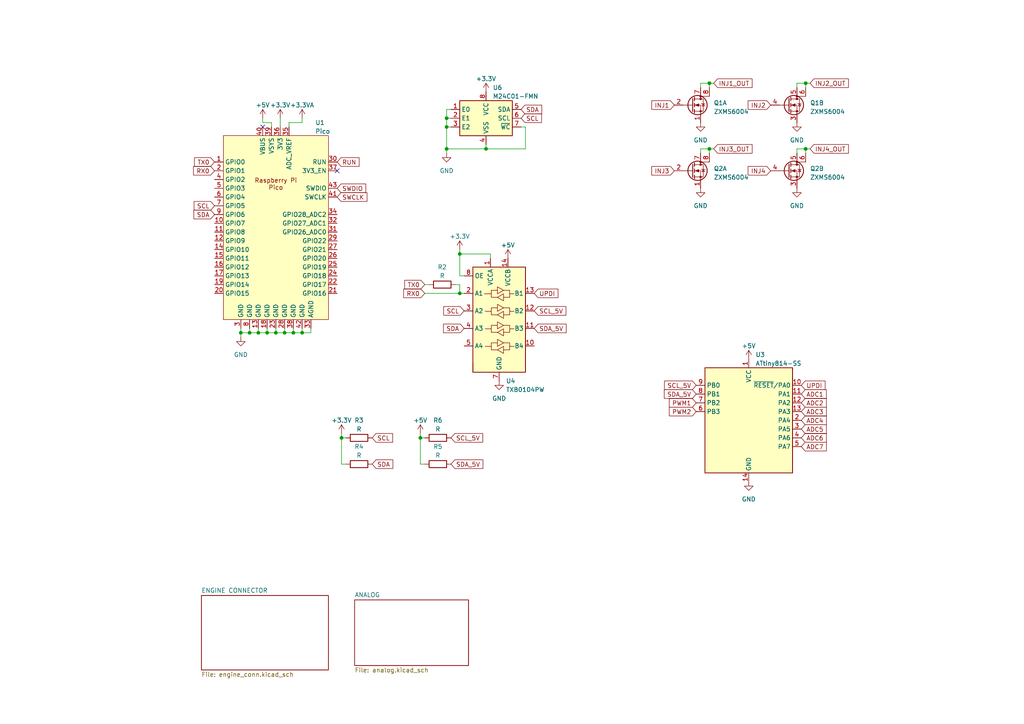
<source format=kicad_sch>
(kicad_sch (version 20230121) (generator eeschema)
  (paper "A4")
  (lib_symbols
    (symbol "Device:Q_Dual_NMOS_S1G1S2G2D2D2D1D1" (pin_names (offset 0) hide)
      (property "Reference" "Q" (at 5.08 1.27 0))
      (property "Value" "Q_Dual_NMOS_S1G1S2G2D2D2D1D1" (at 5.08 -1.27 0))
      (symbol "Q_Dual_NMOS_S1G1S2G2D2D2D1D1_0_1"
        (polyline (pts (xy 0.254 0) (xy -2.54 0)))
        (polyline (pts (xy 0.254 1.905) (xy 0.254 -1.905)) (stroke (width 0.254)))
        (polyline (pts (xy 0.762 -1.27) (xy 0.762 -2.286)) (stroke (width 0.254)))
        (polyline (pts (xy 0.762 0.508) (xy 0.762 -0.508)) (stroke (width 0.254)))
        (polyline (pts (xy 0.762 2.286) (xy 0.762 1.27)) (stroke (width 0.254)))
        (polyline (pts (xy 2.54 2.54) (xy 2.54 1.778)))
        (polyline (pts (xy 5.08 2.54) (xy 2.54 2.54)))
        (polyline (pts (xy 2.54 -2.54) (xy 2.54 0) (xy 0.762 0)))
        (polyline (pts (xy 0.762 -1.778) (xy 3.302 -1.778) (xy 3.302 1.778) (xy 0.762 1.778)))
        (polyline (pts (xy 1.016 0) (xy 2.032 0.381) (xy 2.032 -0.381) (xy 1.016 0)) (fill (type outline)))
        (polyline (pts (xy 2.794 0.508) (xy 2.921 0.381) (xy 3.683 0.381) (xy 3.81 0.254)))
        (polyline (pts (xy 3.302 0.381) (xy 2.921 -0.254) (xy 3.683 -0.254) (xy 3.302 0.381)))
        (circle (center 1.651 0) (radius 2.794) (stroke (width 0.254)))
        (circle (center 2.54 -1.778) (radius 0.254) (fill (type outline)))
        (circle (center 2.54 1.778) (radius 0.254) (fill (type outline)))
        (circle (center 2.54 2.54) (radius 0.254) (fill (type outline)))
      )
      (symbol "Q_Dual_NMOS_S1G1S2G2D2D2D1D1_1_1"
        (pin passive line (at 2.54 -5.08 90) (length 2.54) (name "S") (number "1"))
        (pin input line (at -5.08 0 0) (length 2.54) (name "G") (number "2"))
        (pin passive line (at 2.54 5.08 270) (length 2.54) (name "D") (number "7"))
        (pin passive line (at 5.08 5.08 270) (length 2.54) (name "D") (number "8"))
      )
      (symbol "Q_Dual_NMOS_S1G1S2G2D2D2D1D1_2_1"
        (pin passive line (at 2.54 -5.08 90) (length 2.54) (name "S") (number "3"))
        (pin input line (at -5.08 0 0) (length 2.54) (name "G") (number "4"))
        (pin passive line (at 2.54 5.08 270) (length 2.54) (name "D") (number "5"))
        (pin passive line (at 5.08 5.08 270) (length 2.54) (name "D") (number "6"))
      )
    )
    (symbol "Device:R" (pin_numbers hide) (pin_names (offset 0))
      (property "Reference" "R" (at 2.032 0 90))
      (property "Value" "R" (at 0 0 90))
      (symbol "R_0_1"
        (rectangle (start -1.016 -2.54) (end 1.016 2.54) (stroke (width 0.254)))
      )
      (symbol "R_1_1"
        (pin passive line (at 0 3.81 270) (length 1.27) (name "~") (number "1"))
        (pin passive line (at 0 -3.81 90) (length 1.27) (name "~") (number "2"))
      )
    )
    (symbol "Logic_LevelTranslator:TXB0104PW"
      (property "Reference" "U" (at -6.35 16.51 0))
      (property "Value" "TXB0104PW" (at 3.81 16.51 0))
      (symbol "TXB0104PW_0_1"
        (rectangle (start -7.62 -15.24) (end -7.62 -12.7) (stroke (width 0.254)))
        (rectangle (start -7.62 15.24) (end 7.62 -15.24) (stroke (width 0.254)) (fill (type background)))
        (polyline (pts (xy -2.286 -7.747) (xy -2.286 -6.731) (xy -0.508 -6.731)))
        (polyline (pts (xy -2.286 -2.667) (xy -2.286 -1.651) (xy -0.508 -1.651)))
        (polyline (pts (xy -2.286 2.413) (xy -2.286 3.429) (xy -0.508 3.429)))
        (polyline (pts (xy -2.286 7.493) (xy -2.286 8.509) (xy -0.508 8.509)))
        (polyline (pts (xy 3.048 -7.747) (xy 3.048 -8.763) (xy 1.27 -8.763)))
        (polyline (pts (xy 3.048 -2.667) (xy 3.048 -3.683) (xy 1.27 -3.683)))
        (polyline (pts (xy 3.048 2.413) (xy 3.048 1.397) (xy 1.27 1.397)))
        (polyline (pts (xy 3.048 7.493) (xy 3.048 6.477) (xy 1.27 6.477)))
        (polyline (pts (xy -0.508 -8.763) (xy -2.286 -8.763) (xy -2.286 -7.747) (xy -4.064 -7.747)))
        (polyline (pts (xy -0.508 -8.763) (xy 1.27 -7.747) (xy 1.27 -9.779) (xy -0.508 -8.763)))
        (polyline (pts (xy -0.508 -3.683) (xy -2.286 -3.683) (xy -2.286 -2.667) (xy -4.064 -2.667)))
        (polyline (pts (xy -0.508 -3.683) (xy 1.27 -2.667) (xy 1.27 -4.699) (xy -0.508 -3.683)))
        (polyline (pts (xy -0.508 1.397) (xy -2.286 1.397) (xy -2.286 2.413) (xy -4.064 2.413)))
        (polyline (pts (xy -0.508 1.397) (xy 1.27 2.413) (xy 1.27 0.381) (xy -0.508 1.397)))
        (polyline (pts (xy -0.508 6.477) (xy -2.286 6.477) (xy -2.286 7.493) (xy -4.318 7.493)))
        (polyline (pts (xy -0.508 6.477) (xy 1.27 7.493) (xy 1.27 5.461) (xy -0.508 6.477)))
        (polyline (pts (xy 1.27 -6.731) (xy -0.508 -7.747) (xy -0.508 -5.715) (xy 1.27 -6.731)))
        (polyline (pts (xy 1.27 -6.731) (xy 3.048 -6.731) (xy 3.048 -7.747) (xy 4.318 -7.747)))
        (polyline (pts (xy 1.27 -1.651) (xy -0.508 -2.667) (xy -0.508 -0.635) (xy 1.27 -1.651)))
        (polyline (pts (xy 1.27 -1.651) (xy 3.048 -1.651) (xy 3.048 -2.667) (xy 4.318 -2.667)))
        (polyline (pts (xy 1.27 3.429) (xy -0.508 2.413) (xy -0.508 4.445) (xy 1.27 3.429)))
        (polyline (pts (xy 1.27 3.429) (xy 3.048 3.429) (xy 3.048 2.413) (xy 4.318 2.413)))
        (polyline (pts (xy 1.27 8.509) (xy -0.508 7.493) (xy -0.508 9.525) (xy 1.27 8.509)))
        (polyline (pts (xy 1.27 8.509) (xy 3.048 8.509) (xy 3.048 7.493) (xy 4.318 7.493)))
      )
      (symbol "TXB0104PW_1_1"
        (pin power_in line (at -2.54 17.78 270) (length 2.54) (name "VCCA") (number "1"))
        (pin bidirectional line (at 10.16 -7.62 180) (length 2.54) (name "B4") (number "10"))
        (pin bidirectional line (at 10.16 -2.54 180) (length 2.54) (name "B3") (number "11"))
        (pin bidirectional line (at 10.16 2.54 180) (length 2.54) (name "B2") (number "12"))
        (pin bidirectional line (at 10.16 7.62 180) (length 2.54) (name "B1") (number "13"))
        (pin power_in line (at 2.54 17.78 270) (length 2.54) (name "VCCB") (number "14"))
        (pin bidirectional line (at -10.16 7.62 0) (length 2.54) (name "A1") (number "2"))
        (pin bidirectional line (at -10.16 2.54 0) (length 2.54) (name "A2") (number "3"))
        (pin bidirectional line (at -10.16 -2.54 0) (length 2.54) (name "A3") (number "4"))
        (pin bidirectional line (at -10.16 -7.62 0) (length 2.54) (name "A4") (number "5"))
        (pin no_connect line (at -7.62 -12.7 0) (length 2.54) hide (name "NC") (number "6"))
        (pin power_in line (at 0 -17.78 90) (length 2.54) (name "GND") (number "7"))
        (pin input line (at -10.16 12.7 0) (length 2.54) (name "OE") (number "8"))
        (pin no_connect line (at 7.62 -12.7 180) (length 2.54) hide (name "NC") (number "9"))
      )
    )
    (symbol "MCU_Microchip_ATtiny:ATtiny814-SS"
      (property "Reference" "U" (at -12.7 16.51 0))
      (property "Value" "ATtiny814-SS" (at 2.54 -16.51 0))
      (symbol "ATtiny814-SS_0_1"
        (rectangle (start -12.7 -15.24) (end 12.7 15.24) (stroke (width 0.254)) (fill (type background)))
      )
      (symbol "ATtiny814-SS_1_1"
        (pin power_in line (at 0 17.78 270) (length 2.54) (name "VCC") (number "1"))
        (pin bidirectional line (at 15.24 10.16 180) (length 2.54) (name "~{RESET}/PA0") (number "10"))
        (pin bidirectional line (at 15.24 7.62 180) (length 2.54) (name "PA1") (number "11"))
        (pin bidirectional line (at 15.24 5.08 180) (length 2.54) (name "PA2") (number "12"))
        (pin bidirectional line (at 15.24 2.54 180) (length 2.54) (name "PA3") (number "13"))
        (pin power_in line (at 0 -17.78 90) (length 2.54) (name "GND") (number "14"))
        (pin bidirectional line (at 15.24 0 180) (length 2.54) (name "PA4") (number "2"))
        (pin bidirectional line (at 15.24 -2.54 180) (length 2.54) (name "PA5") (number "3"))
        (pin bidirectional line (at 15.24 -5.08 180) (length 2.54) (name "PA6") (number "4"))
        (pin bidirectional line (at 15.24 -7.62 180) (length 2.54) (name "PA7") (number "5"))
        (pin bidirectional line (at -15.24 2.54 0) (length 2.54) (name "PB3") (number "6"))
        (pin bidirectional line (at -15.24 5.08 0) (length 2.54) (name "PB2") (number "7"))
        (pin bidirectional line (at -15.24 7.62 0) (length 2.54) (name "PB1") (number "8"))
        (pin bidirectional line (at -15.24 10.16 0) (length 2.54) (name "PB0") (number "9"))
      )
    )
    (symbol "MCU_RaspberryPi_and_Boards:Pico_custom"
      (property "Reference" "U" (at 13.97 27.94 0))
      (property "Value" "Pico" (at 0 8.89 0))
      (symbol "Pico_custom_0_0"
        (text "Raspberry Pi\nPico" (at 0 12.7 0) (effects (font (size 1.27 1.27))))
      )
      (symbol "Pico_custom_0_1"
        (rectangle (start -15.24 26.67) (end 15.24 -26.67) (fill (type background)))
      )
      (symbol "Pico_custom_1_1"
        (pin bidirectional line (at -17.78 19.05 0) (length 2.54) (name "GPIO0") (number "1"))
        (pin bidirectional line (at -17.78 1.27 0) (length 2.54) (name "GPIO7") (number "10"))
        (pin bidirectional line (at -17.78 -1.27 0) (length 2.54) (name "GPIO8") (number "11"))
        (pin bidirectional line (at -17.78 -3.81 0) (length 2.54) (name "GPIO9") (number "12"))
        (pin power_in line (at -5.08 -29.21 90) (length 2.54) (name "GND") (number "13"))
        (pin bidirectional line (at -17.78 -6.35 0) (length 2.54) (name "GPIO10") (number "14"))
        (pin bidirectional line (at -17.78 -8.89 0) (length 2.54) (name "GPIO11") (number "15"))
        (pin bidirectional line (at -17.78 -11.43 0) (length 2.54) (name "GPIO12") (number "16"))
        (pin bidirectional line (at -17.78 -13.97 0) (length 2.54) (name "GPIO13") (number "17"))
        (pin power_in line (at -2.54 -29.21 90) (length 2.54) (name "GND") (number "18"))
        (pin bidirectional line (at -17.78 -16.51 0) (length 2.54) (name "GPIO14") (number "19"))
        (pin bidirectional line (at -17.78 16.51 0) (length 2.54) (name "GPIO1") (number "2"))
        (pin bidirectional line (at -17.78 -19.05 0) (length 2.54) (name "GPIO15") (number "20"))
        (pin bidirectional line (at 17.78 -19.05 180) (length 2.54) (name "GPIO16") (number "21"))
        (pin bidirectional line (at 17.78 -16.51 180) (length 2.54) (name "GPIO17") (number "22"))
        (pin power_in line (at 0 -29.21 90) (length 2.54) (name "GND") (number "23"))
        (pin bidirectional line (at 17.78 -13.97 180) (length 2.54) (name "GPIO18") (number "24"))
        (pin bidirectional line (at 17.78 -11.43 180) (length 2.54) (name "GPIO19") (number "25"))
        (pin bidirectional line (at 17.78 -8.89 180) (length 2.54) (name "GPIO20") (number "26"))
        (pin bidirectional line (at 17.78 -6.35 180) (length 2.54) (name "GPIO21") (number "27"))
        (pin power_in line (at 2.54 -29.21 90) (length 2.54) (name "GND") (number "28"))
        (pin bidirectional line (at 17.78 -3.81 180) (length 2.54) (name "GPIO22") (number "29"))
        (pin power_in line (at -10.16 -29.21 90) (length 2.54) (name "GND") (number "3"))
        (pin input line (at 17.78 19.05 180) (length 2.54) (name "RUN") (number "30"))
        (pin bidirectional line (at 17.78 -1.27 180) (length 2.54) (name "GPIO26_ADC0") (number "31"))
        (pin bidirectional line (at 17.78 1.27 180) (length 2.54) (name "GPIO27_ADC1") (number "32"))
        (pin power_in line (at 10.16 -29.21 90) (length 2.54) (name "AGND") (number "33"))
        (pin bidirectional line (at 17.78 3.81 180) (length 2.54) (name "GPIO28_ADC2") (number "34"))
        (pin power_in line (at 3.81 29.21 270) (length 2.54) (name "ADC_VREF") (number "35"))
        (pin power_in line (at 1.27 29.21 270) (length 2.54) (name "3V3") (number "36"))
        (pin input line (at 17.78 16.51 180) (length 2.54) (name "3V3_EN") (number "37"))
        (pin bidirectional line (at 5.08 -29.21 90) (length 2.54) (name "GND") (number "38"))
        (pin power_in line (at -1.27 29.21 270) (length 2.54) (name "VSYS") (number "39"))
        (pin bidirectional line (at -17.78 13.97 0) (length 2.54) (name "GPIO2") (number "4"))
        (pin power_in line (at -3.81 29.21 270) (length 2.54) (name "VBUS") (number "40"))
        (pin input line (at 17.78 8.89 180) (length 2.54) (name "SWCLK") (number "41"))
        (pin power_in line (at 7.62 -29.21 90) (length 2.54) (name "GND") (number "42"))
        (pin bidirectional line (at 17.78 11.43 180) (length 2.54) (name "SWDIO") (number "43"))
        (pin bidirectional line (at -17.78 11.43 0) (length 2.54) (name "GPIO3") (number "5"))
        (pin bidirectional line (at -17.78 8.89 0) (length 2.54) (name "GPIO4") (number "6"))
        (pin bidirectional line (at -17.78 6.35 0) (length 2.54) (name "GPIO5") (number "7"))
        (pin power_in line (at -7.62 -29.21 90) (length 2.54) (name "GND") (number "8"))
        (pin bidirectional line (at -17.78 3.81 0) (length 2.54) (name "GPIO6") (number "9"))
      )
    )
    (symbol "Memory_EEPROM:M24C01-FMN"
      (property "Reference" "U" (at -6.35 6.35 0))
      (property "Value" "M24C01-FMN" (at 7.62 6.35 0))
      (symbol "M24C01-FMN_0_1"
        (rectangle (start -7.62 5.08) (end 7.62 -5.08) (stroke (width 0.254)) (fill (type background)))
      )
      (symbol "M24C01-FMN_1_1"
        (pin input line (at -10.16 2.54 0) (length 2.54) (name "E0") (number "1"))
        (pin input line (at -10.16 0 0) (length 2.54) (name "E1") (number "2"))
        (pin input line (at -10.16 -2.54 0) (length 2.54) (name "E2") (number "3"))
        (pin power_in line (at 0 -7.62 90) (length 2.54) (name "VSS") (number "4"))
        (pin bidirectional line (at 10.16 2.54 180) (length 2.54) (name "SDA") (number "5"))
        (pin input line (at 10.16 0 180) (length 2.54) (name "SCL") (number "6"))
        (pin input line (at 10.16 -2.54 180) (length 2.54) (name "~{WC}") (number "7"))
        (pin power_in line (at 0 7.62 270) (length 2.54) (name "VCC") (number "8"))
      )
    )
    (symbol "power:+3.3V" (power) (pin_names (offset 0))
      (property "Value" "+3.3V" (at 0 3.556 0))
      (symbol "+3.3V_0_1"
        (polyline (pts (xy -0.762 1.27) (xy 0 2.54)))
        (polyline (pts (xy 0 0) (xy 0 2.54)))
        (polyline (pts (xy 0 2.54) (xy 0.762 1.27)))
      )
      (symbol "+3.3V_1_1"
        (pin power_in line (at 0 0 90) (length 0) hide (name "+3.3V") (number "1"))
      )
    )
    (symbol "power:+3.3VA" (power) (pin_names (offset 0))
      (property "Value" "+3.3VA" (at 0 3.556 0))
      (symbol "+3.3VA_0_1"
        (polyline (pts (xy -0.762 1.27) (xy 0 2.54)))
        (polyline (pts (xy 0 0) (xy 0 2.54)))
        (polyline (pts (xy 0 2.54) (xy 0.762 1.27)))
      )
      (symbol "+3.3VA_1_1"
        (pin power_in line (at 0 0 90) (length 0) hide (name "+3.3VA") (number "1"))
      )
    )
    (symbol "power:+5V" (power) (pin_names (offset 0))
      (property "Value" "+5V" (at 0 3.556 0))
      (symbol "+5V_0_1"
        (polyline (pts (xy -0.762 1.27) (xy 0 2.54)))
        (polyline (pts (xy 0 0) (xy 0 2.54)))
        (polyline (pts (xy 0 2.54) (xy 0.762 1.27)))
      )
      (symbol "+5V_1_1"
        (pin power_in line (at 0 0 90) (length 0) hide (name "+5V") (number "1"))
      )
    )
    (symbol "power:GND" (power) (pin_names (offset 0))
      (property "Value" "GND" (at 0 -3.81 0))
      (symbol "GND_0_1"
        (polyline (pts (xy 0 0) (xy 0 -1.27) (xy 1.27 -1.27) (xy 0 -2.54) (xy -1.27 -1.27) (xy 0 -1.27)))
      )
      (symbol "GND_1_1"
        (pin power_in line (at 0 0 270) (length 0) hide (name "GND") (number "1"))
      )
    )
  )
  (junction (at 77.47 96.52))
  (junction (at 133.35 73.66))
  (junction (at 205.74 24.13))
  (junction (at 129.54 43.18))
  (junction (at 205.74 43.18))
  (junction (at 233.68 24.13))
  (junction (at 82.55 96.52))
  (junction (at 121.92 127))
  (junction (at 74.93 96.52))
  (junction (at 72.39 96.52))
  (junction (at 69.85 96.52))
  (junction (at 85.09 96.52))
  (junction (at 133.35 85.09))
  (junction (at 99.06 127))
  (junction (at 140.97 43.18))
  (junction (at 87.63 96.52))
  (junction (at 129.54 34.29))
  (junction (at 233.68 43.18))
  (junction (at 129.54 36.83))
  (junction (at 80.01 96.52))
  (no_connect (at 97.79 49.53))
  (no_connect (at 76.2 36.83))
  (wire (pts (xy 129.54 44.45) (xy 129.54 43.18)))
  (wire (pts (xy 140.97 41.91) (xy 140.97 43.18)))
  (wire (pts (xy 80.01 95.25) (xy 80.01 96.52)))
  (wire (pts (xy 133.35 85.09) (xy 134.62 85.09)))
  (wire (pts (xy 121.92 125.73) (xy 121.92 127)))
  (wire (pts (xy 99.06 127) (xy 99.06 134.62)))
  (wire (pts (xy 80.01 96.52) (xy 82.55 96.52)))
  (wire (pts (xy 233.68 24.13) (xy 231.14 24.13)))
  (wire (pts (xy 85.09 96.52) (xy 87.63 96.52)))
  (wire (pts (xy 82.55 95.25) (xy 82.55 96.52)))
  (wire (pts (xy 231.14 43.18) (xy 231.14 44.45)))
  (wire (pts (xy 87.63 35.56) (xy 87.63 34.29)))
  (wire (pts (xy 233.68 24.13) (xy 234.95 24.13)))
  (wire (pts (xy 90.17 96.52) (xy 90.17 95.25)))
  (wire (pts (xy 69.85 96.52) (xy 69.85 97.79)))
  (wire (pts (xy 85.09 96.52) (xy 85.09 95.25)))
  (wire (pts (xy 233.68 43.18) (xy 233.68 44.45)))
  (wire (pts (xy 123.19 82.55) (xy 124.46 82.55)))
  (wire (pts (xy 205.74 43.18) (xy 203.2 43.18)))
  (wire (pts (xy 142.24 74.93) (xy 142.24 73.66)))
  (wire (pts (xy 72.39 95.25) (xy 72.39 96.52)))
  (wire (pts (xy 129.54 31.75) (xy 130.81 31.75)))
  (wire (pts (xy 74.93 95.25) (xy 74.93 96.52)))
  (wire (pts (xy 69.85 95.25) (xy 69.85 96.52)))
  (wire (pts (xy 87.63 95.25) (xy 87.63 96.52)))
  (wire (pts (xy 99.06 127) (xy 100.33 127)))
  (wire (pts (xy 69.85 96.52) (xy 72.39 96.52)))
  (wire (pts (xy 205.74 24.13) (xy 203.2 24.13)))
  (wire (pts (xy 123.19 134.62) (xy 121.92 134.62)))
  (wire (pts (xy 82.55 96.52) (xy 85.09 96.52)))
  (wire (pts (xy 234.95 43.18) (xy 233.68 43.18)))
  (wire (pts (xy 140.97 43.18) (xy 152.4 43.18)))
  (wire (pts (xy 100.33 134.62) (xy 99.06 134.62)))
  (wire (pts (xy 129.54 31.75) (xy 129.54 34.29)))
  (wire (pts (xy 83.82 35.56) (xy 87.63 35.56)))
  (wire (pts (xy 77.47 95.25) (xy 77.47 96.52)))
  (wire (pts (xy 130.81 34.29) (xy 129.54 34.29)))
  (wire (pts (xy 99.06 125.73) (xy 99.06 127)))
  (wire (pts (xy 123.19 85.09) (xy 133.35 85.09)))
  (wire (pts (xy 121.92 127) (xy 121.92 134.62)))
  (wire (pts (xy 129.54 43.18) (xy 129.54 36.83)))
  (wire (pts (xy 203.2 24.13) (xy 203.2 25.4)))
  (wire (pts (xy 81.28 34.29) (xy 81.28 36.83)))
  (wire (pts (xy 129.54 36.83) (xy 130.81 36.83)))
  (wire (pts (xy 133.35 73.66) (xy 142.24 73.66)))
  (wire (pts (xy 133.35 73.66) (xy 133.35 80.01)))
  (wire (pts (xy 133.35 80.01) (xy 134.62 80.01)))
  (wire (pts (xy 133.35 82.55) (xy 133.35 85.09)))
  (wire (pts (xy 205.74 43.18) (xy 205.74 44.45)))
  (wire (pts (xy 233.68 24.13) (xy 233.68 25.4)))
  (wire (pts (xy 78.74 35.56) (xy 76.2 35.56)))
  (wire (pts (xy 76.2 34.29) (xy 76.2 35.56)))
  (wire (pts (xy 205.74 24.13) (xy 205.74 25.4)))
  (wire (pts (xy 133.35 72.39) (xy 133.35 73.66)))
  (wire (pts (xy 132.08 82.55) (xy 133.35 82.55)))
  (wire (pts (xy 74.93 96.52) (xy 77.47 96.52)))
  (wire (pts (xy 72.39 96.52) (xy 74.93 96.52)))
  (wire (pts (xy 83.82 36.83) (xy 83.82 35.56)))
  (wire (pts (xy 152.4 43.18) (xy 152.4 36.83)))
  (wire (pts (xy 78.74 36.83) (xy 78.74 35.56)))
  (wire (pts (xy 129.54 34.29) (xy 129.54 36.83)))
  (wire (pts (xy 203.2 43.18) (xy 203.2 44.45)))
  (wire (pts (xy 231.14 24.13) (xy 231.14 25.4)))
  (wire (pts (xy 233.68 43.18) (xy 231.14 43.18)))
  (wire (pts (xy 77.47 96.52) (xy 80.01 96.52)))
  (wire (pts (xy 129.54 43.18) (xy 140.97 43.18)))
  (wire (pts (xy 207.01 43.18) (xy 205.74 43.18)))
  (wire (pts (xy 87.63 96.52) (xy 90.17 96.52)))
  (wire (pts (xy 152.4 36.83) (xy 151.13 36.83)))
  (wire (pts (xy 207.01 24.13) (xy 205.74 24.13)))
  (wire (pts (xy 121.92 127) (xy 123.19 127)))
  (global_label "INJ2" (shape input) (at 223.52 30.48 180) (property "Intersheetrefs" "${INTERSHEET_REFS}" (effects hide)))
  (global_label "SCL" (shape input) (at 134.62 90.17 180) (property "Intersheetrefs" "${INTERSHEET_REFS}" (effects hide)))
  (global_label "ADC7" (shape input) (at 232.41 129.54 0) (property "Intersheetrefs" "${INTERSHEET_REFS}" (effects hide)))
  (global_label "SDA_5V" (shape input) (at 154.94 95.25 0) (property "Intersheetrefs" "${INTERSHEET_REFS}" (effects hide)))
  (global_label "INJ4_OUT" (shape input) (at 234.95 43.18 0) (property "Intersheetrefs" "${INTERSHEET_REFS}" (effects hide)))
  (global_label "SWCLK" (shape input) (at 97.79 57.15 0) (property "Intersheetrefs" "${INTERSHEET_REFS}" (effects hide)))
  (global_label "SCL" (shape input) (at 107.95 127 0) (property "Intersheetrefs" "${INTERSHEET_REFS}" (effects hide)))
  (global_label "SDA" (shape input) (at 107.95 134.62 0) (property "Intersheetrefs" "${INTERSHEET_REFS}" (effects hide)))
  (global_label "INJ3" (shape input) (at 195.58 49.53 180) (property "Intersheetrefs" "${INTERSHEET_REFS}" (effects hide)))
  (global_label "RUN" (shape input) (at 97.79 46.99 0) (property "Intersheetrefs" "${INTERSHEET_REFS}" (effects hide)))
  (global_label "RX0" (shape input) (at 62.23 49.53 180) (property "Intersheetrefs" "${INTERSHEET_REFS}" (effects hide)))
  (global_label "INJ4" (shape input) (at 223.52 49.53 180) (property "Intersheetrefs" "${INTERSHEET_REFS}" (effects hide)))
  (global_label "RX0" (shape input) (at 123.19 85.09 180) (property "Intersheetrefs" "${INTERSHEET_REFS}" (effects hide)))
  (global_label "SDA_5V" (shape input) (at 201.93 114.3 180) (property "Intersheetrefs" "${INTERSHEET_REFS}" (effects hide)))
  (global_label "INJ3_OUT" (shape input) (at 207.01 43.18 0) (property "Intersheetrefs" "${INTERSHEET_REFS}" (effects hide)))
  (global_label "ADC4" (shape input) (at 232.41 121.92 0) (property "Intersheetrefs" "${INTERSHEET_REFS}" (effects hide)))
  (global_label "SDA_5V" (shape input) (at 130.81 134.62 0) (property "Intersheetrefs" "${INTERSHEET_REFS}" (effects hide)))
  (global_label "ADC3" (shape input) (at 232.41 119.38 0) (property "Intersheetrefs" "${INTERSHEET_REFS}" (effects hide)))
  (global_label "SDA" (shape input) (at 134.62 95.25 180) (property "Intersheetrefs" "${INTERSHEET_REFS}" (effects hide)))
  (global_label "SWDIO" (shape input) (at 97.79 54.61 0) (property "Intersheetrefs" "${INTERSHEET_REFS}" (effects hide)))
  (global_label "SCL" (shape input) (at 151.13 34.29 0) (property "Intersheetrefs" "${INTERSHEET_REFS}" (effects hide)))
  (global_label "PWM1" (shape input) (at 201.93 116.84 180) (property "Intersheetrefs" "${INTERSHEET_REFS}" (effects hide)))
  (global_label "TX0" (shape input) (at 123.19 82.55 180) (property "Intersheetrefs" "${INTERSHEET_REFS}" (effects hide)))
  (global_label "SCL_5V" (shape input) (at 130.81 127 0) (property "Intersheetrefs" "${INTERSHEET_REFS}" (effects hide)))
  (global_label "SDA" (shape input) (at 151.13 31.75 0) (property "Intersheetrefs" "${INTERSHEET_REFS}" (effects hide)))
  (global_label "SCL_5V" (shape input) (at 154.94 90.17 0) (property "Intersheetrefs" "${INTERSHEET_REFS}" (effects hide)))
  (global_label "ADC2" (shape input) (at 232.41 116.84 0) (property "Intersheetrefs" "${INTERSHEET_REFS}" (effects hide)))
  (global_label "PWM2" (shape input) (at 201.93 119.38 180) (property "Intersheetrefs" "${INTERSHEET_REFS}" (effects hide)))
  (global_label "INJ2_OUT" (shape input) (at 234.95 24.13 0) (property "Intersheetrefs" "${INTERSHEET_REFS}" (effects hide)))
  (global_label "SCL" (shape input) (at 62.23 59.69 180) (property "Intersheetrefs" "${INTERSHEET_REFS}" (effects hide)))
  (global_label "INJ1" (shape input) (at 195.58 30.48 180) (property "Intersheetrefs" "${INTERSHEET_REFS}" (effects hide)))
  (global_label "UPDI" (shape input) (at 154.94 85.09 0) (property "Intersheetrefs" "${INTERSHEET_REFS}" (effects hide)))
  (global_label "UPDI" (shape input) (at 232.41 111.76 0) (property "Intersheetrefs" "${INTERSHEET_REFS}" (effects hide)))
  (global_label "ADC5" (shape input) (at 232.41 124.46 0) (property "Intersheetrefs" "${INTERSHEET_REFS}" (effects hide)))
  (global_label "SDA" (shape input) (at 62.23 62.23 180) (property "Intersheetrefs" "${INTERSHEET_REFS}" (effects hide)))
  (global_label "TX0" (shape input) (at 62.23 46.99 180) (property "Intersheetrefs" "${INTERSHEET_REFS}" (effects hide)))
  (global_label "SCL_5V" (shape input) (at 201.93 111.76 180) (property "Intersheetrefs" "${INTERSHEET_REFS}" (effects hide)))
  (global_label "INJ1_OUT" (shape input) (at 207.01 24.13 0) (property "Intersheetrefs" "${INTERSHEET_REFS}" (effects hide)))
  (global_label "ADC6" (shape input) (at 232.41 127 0) (property "Intersheetrefs" "${INTERSHEET_REFS}" (effects hide)))
  (global_label "ADC1" (shape input) (at 232.41 114.3 0) (property "Intersheetrefs" "${INTERSHEET_REFS}" (effects hide)))
  (symbol (lib_id "Device:Q_Dual_NMOS_S1G1S2G2D2D2D1D1") (at 200.66 30.48 0) (unit 1)
    (property "Reference" "Q1" (at 207.01 29.845 0) (effects (justify left)))
    (property "Value" "ZXMS6004" (at 207.01 32.385 0) (effects (justify left)))
    (property "Footprint" "Package_SO:SOIC-8_3.9x4.9mm_P1.27mm" (effects hide))
  )
  (symbol (lib_id "power:GND") (at 203.2 54.61 0) (unit 1)
    (property "Reference" "#PWR014" (effects hide))
    (property "Value" "GND" (at 203.2 59.69 0))
  )
  (symbol (lib_id "Device:Q_Dual_NMOS_S1G1S2G2D2D2D1D1") (at 228.6 30.48 0) (unit 2)
    (property "Reference" "Q1" (at 234.95 29.845 0) (effects (justify left)))
    (property "Value" "ZXMS6004" (at 234.95 32.385 0) (effects (justify left)))
    (property "Footprint" "Package_SO:SOIC-8_3.9x4.9mm_P1.27mm" (effects hide))
  )
  (symbol (lib_id "power:+3.3V") (at 133.35 72.39 0) (unit 1)
    (property "Reference" "#PWR010" (effects hide))
    (property "Value" "+3.3V" (at 133.35 68.58 0))
  )
  (symbol (lib_id "power:GND") (at 129.54 44.45 0) (unit 1)
    (property "Reference" "#PWR06" (effects hide))
    (property "Value" "GND" (at 129.54 49.53 0))
  )
  (symbol (lib_id "Memory_EEPROM:M24C01-FMN") (at 140.97 34.29 0) (unit 1)
    (property "Reference" "U6" (at 142.9259 25.4 0) (effects (justify left)))
    (property "Value" "M24C01-FMN" (at 142.9259 27.94 0) (effects (justify left)))
    (property "Footprint" "Package_SO:SOIC-8_3.9x4.9mm_P1.27mm" (effects hide))
    (property "Datasheet" "http://www.st.com/content/ccc/resource/technical/document/datasheet/b0/d8/50/40/5a/85/49/6f/DM00071904.pdf/files/DM00071904.pdf/jcr:content/translations/en.DM00071904.pdf" (effects hide))
  )
  (symbol (lib_id "power:+5V") (at 121.92 125.73 0) (unit 1)
    (property "Reference" "#PWR08" (effects hide))
    (property "Value" "+5V" (at 121.92 121.92 0))
  )
  (symbol (lib_id "power:+5V") (at 217.17 104.14 0) (unit 1)
    (property "Reference" "#PWR023" (effects hide))
    (property "Value" "+5V" (at 217.17 100.33 0))
  )
  (symbol (lib_id "Device:R") (at 128.27 82.55 90) (unit 1)
    (property "Reference" "R2" (at 128.27 77.47 90))
    (property "Value" "R" (at 128.27 80.01 90))
  )
  (symbol (lib_id "power:+3.3V") (at 99.06 125.73 0) (unit 1)
    (property "Reference" "#PWR07" (effects hide))
    (property "Value" "+3.3V" (at 99.06 121.92 0))
  )
  (symbol (lib_id "Device:Q_Dual_NMOS_S1G1S2G2D2D2D1D1") (at 228.6 49.53 0) (unit 2)
    (property "Reference" "Q2" (at 234.95 48.895 0) (effects (justify left)))
    (property "Value" "ZXMS6004" (at 234.95 51.435 0) (effects (justify left)))
  )
  (symbol (lib_id "power:+3.3VA") (at 87.63 34.29 0) (unit 1)
    (property "Reference" "#PWR03" (effects hide))
    (property "Value" "+3.3VA" (at 87.63 30.48 0))
  )
  (symbol (lib_id "Device:Q_Dual_NMOS_S1G1S2G2D2D2D1D1") (at 200.66 49.53 0) (unit 1)
    (property "Reference" "Q2" (at 207.01 48.895 0) (effects (justify left)))
    (property "Value" "ZXMS6004" (at 207.01 51.435 0) (effects (justify left)))
  )
  (symbol (lib_id "power:GND") (at 231.14 54.61 0) (unit 1)
    (property "Reference" "#PWR017" (effects hide))
    (property "Value" "GND" (at 231.14 59.69 0))
  )
  (symbol (lib_id "MCU_RaspberryPi_and_Boards:Pico_custom") (at 80.01 66.04 0) (unit 1)
    (property "Reference" "U1" (at 91.44 35.56 0) (effects (justify left)))
    (property "Value" "Pico" (at 91.44 38.1 0) (effects (justify left)))
    (property "Footprint" "RPi_Pico:RPi_Pico_SMD_TH" (effects hide))
  )
  (symbol (lib_id "power:+5V") (at 76.2 34.29 0) (unit 1)
    (property "Reference" "#PWR04" (effects hide))
    (property "Value" "+5V" (at 76.2 30.48 0))
  )
  (symbol (lib_id "Logic_LevelTranslator:TXB0104PW") (at 144.78 92.71 0) (unit 1)
    (property "Reference" "U4" (at 146.7359 110.49 0) (effects (justify left)))
    (property "Value" "TXB0104PW" (at 146.7359 113.03 0) (effects (justify left)))
    (property "Footprint" "Package_SO:TSSOP-14_4.4x5mm_P0.65mm" (effects hide))
    (property "Datasheet" "http://www.ti.com/lit/ds/symlink/txb0104.pdf" (effects hide))
  )
  (symbol (lib_id "power:+5V") (at 147.32 74.93 0) (unit 1)
    (property "Reference" "#PWR011" (effects hide))
    (property "Value" "+5V" (at 147.32 71.12 0))
  )
  (symbol (lib_id "Device:R") (at 127 127 90) (unit 1)
    (property "Reference" "R6" (at 127 121.92 90))
    (property "Value" "R" (at 127 124.46 90))
  )
  (symbol (lib_id "power:GND") (at 231.14 35.56 0) (unit 1)
    (property "Reference" "#PWR013" (effects hide))
    (property "Value" "GND" (at 231.14 40.64 0))
  )
  (symbol (lib_id "power:GND") (at 203.2 35.56 0) (unit 1)
    (property "Reference" "#PWR09" (effects hide))
    (property "Value" "GND" (at 203.2 40.64 0))
  )
  (symbol (lib_id "Device:R") (at 104.14 134.62 90) (unit 1)
    (property "Reference" "R4" (at 104.14 129.54 90))
    (property "Value" "R" (at 104.14 132.08 90))
  )
  (symbol (lib_id "power:GND") (at 144.78 110.49 0) (unit 1)
    (property "Reference" "#PWR012" (effects hide))
    (property "Value" "GND" (at 144.78 115.57 0))
  )
  (symbol (lib_id "power:+3.3V") (at 81.28 34.29 0) (unit 1)
    (property "Reference" "#PWR02" (effects hide))
    (property "Value" "+3.3V" (at 81.28 30.48 0))
  )
  (symbol (lib_id "power:+3.3V") (at 140.97 26.67 0) (unit 1)
    (property "Reference" "#PWR05" (effects hide))
    (property "Value" "+3.3V" (at 140.97 22.86 0))
  )
  (symbol (lib_id "Device:R") (at 127 134.62 90) (unit 1)
    (property "Reference" "R5" (at 127 129.54 90))
    (property "Value" "R" (at 127 132.08 90))
  )
  (symbol (lib_id "power:GND") (at 217.17 139.7 0) (unit 1)
    (property "Reference" "#PWR024" (effects hide))
    (property "Value" "GND" (at 217.17 144.78 0))
  )
  (symbol (lib_id "Device:R") (at 104.14 127 90) (unit 1)
    (property "Reference" "R3" (at 104.14 121.92 90))
    (property "Value" "R" (at 104.14 124.46 90))
  )
  (symbol (lib_id "MCU_Microchip_ATtiny:ATtiny814-SS") (at 217.17 121.92 0) (unit 1)
    (property "Reference" "U3" (at 219.1259 102.87 0) (effects (justify left)))
    (property "Value" "ATtiny814-SS" (at 219.1259 105.41 0) (effects (justify left)))
    (property "Footprint" "Package_SO:SOIC-14_3.9x8.7mm_P1.27mm" (effects hide))
    (property "Datasheet" "http://ww1.microchip.com/downloads/en/DeviceDoc/40001912A.pdf" (effects hide))
  )
  (symbol (lib_id "power:GND") (at 69.85 97.79 0) (unit 1)
    (property "Reference" "#PWR01" (effects hide))
    (property "Value" "GND" (at 69.85 102.87 0))
  )
  (sheet (at 102.87 173.99) (size 33.02 19.05) (stroke (width 0.1524))
    (property "Sheetname" "ANALOG" (at 102.87 173.2784 0) (effects (justify left bottom)))
    (property "Sheetfile" "analog.kicad_sch" (at 102.87 193.6246 0) (effects (justify left top)))
  )
  (sheet (at 58.42 172.72) (size 36.83 21.59) (stroke (width 0.1524))
    (property "Sheetname" "ENGINE CONNECTOR" (at 58.42 172.0084 0) (effects (justify left bottom)))
    (property "Sheetfile" "engine_conn.kicad_sch" (at 58.42 194.8946 0) (effects (justify left top)))
  )
)
</source>
